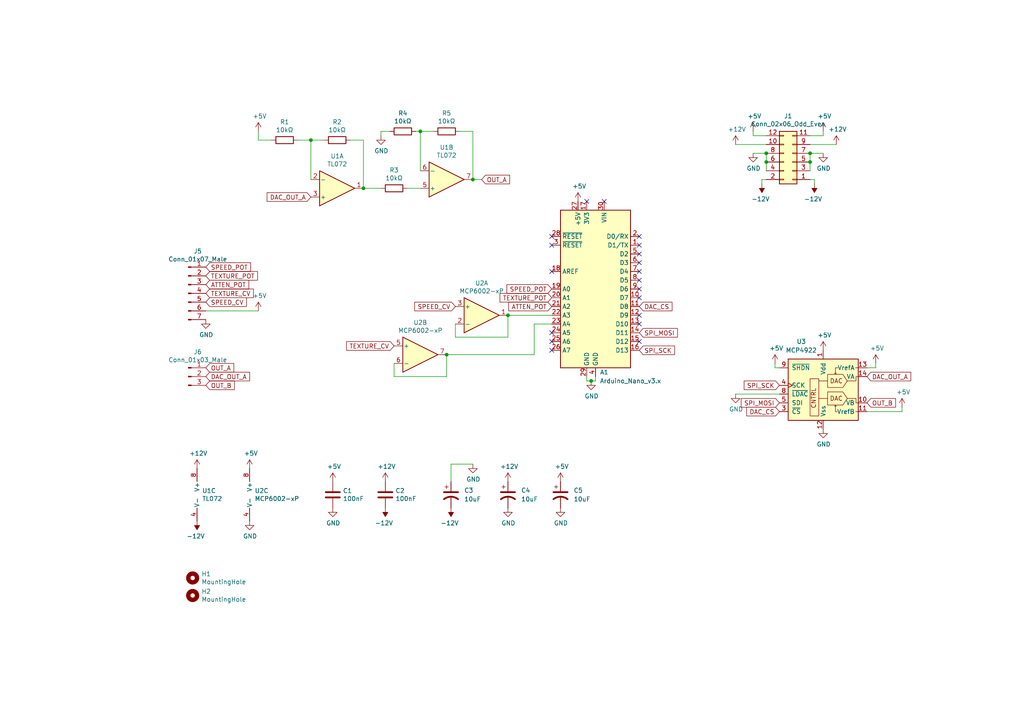
<source format=kicad_sch>
(kicad_sch (version 20230121) (generator eeschema)
  (paper "A4")
  (title_block (title "Simplex Back") (date "2021-08-11") (rev "v0.3") (company "Free Modular"))
  (lib_symbols
    (symbol "Amplifier_Operational:MCP6002-xP" (pin_names (offset 0.127))
      (property "Reference" "U" (at 0 5.08 0))
      (property "Value" "MCP6002-xP" (at 0 -5.08 0))
      (symbol "MCP6002-xP_1_1"
        (polyline (pts (xy -5.08 5.08) (xy 5.08 0) (xy -5.08 -5.08) (xy -5.08 5.08)) (stroke (width 0.254)) (fill (type background)))
        (pin output line (at 7.62 0 180) (length 2.54) (name "~") (number "1"))
        (pin input line (at -7.62 -2.54 0) (length 2.54) (name "-") (number "2"))
        (pin input line (at -7.62 2.54 0) (length 2.54) (name "+") (number "3"))
      )
      (symbol "MCP6002-xP_2_1"
        (polyline (pts (xy -5.08 5.08) (xy 5.08 0) (xy -5.08 -5.08) (xy -5.08 5.08)) (stroke (width 0.254)) (fill (type background)))
        (pin input line (at -7.62 2.54 0) (length 2.54) (name "+") (number "5"))
        (pin input line (at -7.62 -2.54 0) (length 2.54) (name "-") (number "6"))
        (pin output line (at 7.62 0 180) (length 2.54) (name "~") (number "7"))
      )
      (symbol "MCP6002-xP_3_1"
        (pin power_in line (at -2.54 -7.62 90) (length 3.81) (name "V-") (number "4"))
        (pin power_in line (at -2.54 7.62 270) (length 3.81) (name "V+") (number "8"))
      )
    )
    (symbol "Amplifier_Operational:TL072" (pin_names (offset 0.127))
      (property "Reference" "U" (at 0 5.08 0))
      (property "Value" "TL072" (at 0 -5.08 0))
      (symbol "TL072_1_1"
        (polyline (pts (xy -5.08 5.08) (xy 5.08 0) (xy -5.08 -5.08) (xy -5.08 5.08)) (stroke (width 0.254)) (fill (type background)))
        (pin output line (at 7.62 0 180) (length 2.54) (name "~") (number "1"))
        (pin input line (at -7.62 -2.54 0) (length 2.54) (name "-") (number "2"))
        (pin input line (at -7.62 2.54 0) (length 2.54) (name "+") (number "3"))
      )
      (symbol "TL072_2_1"
        (polyline (pts (xy -5.08 5.08) (xy 5.08 0) (xy -5.08 -5.08) (xy -5.08 5.08)) (stroke (width 0.254)) (fill (type background)))
        (pin input line (at -7.62 2.54 0) (length 2.54) (name "+") (number "5"))
        (pin input line (at -7.62 -2.54 0) (length 2.54) (name "-") (number "6"))
        (pin output line (at 7.62 0 180) (length 2.54) (name "~") (number "7"))
      )
      (symbol "TL072_3_1"
        (pin power_in line (at -2.54 -7.62 90) (length 3.81) (name "V-") (number "4"))
        (pin power_in line (at -2.54 7.62 270) (length 3.81) (name "V+") (number "8"))
      )
    )
    (symbol "Connector_Generic:Conn_02x06_Odd_Even" (pin_names (offset 1.016) hide)
      (property "Reference" "J" (at 1.27 7.62 0))
      (property "Value" "Conn_02x06_Odd_Even" (at 1.27 -10.16 0))
      (symbol "Conn_02x06_Odd_Even_1_1"
        (rectangle (start -1.27 -7.493) (end 0 -7.747) (stroke (width 0.1524)))
        (rectangle (start -1.27 -4.953) (end 0 -5.207) (stroke (width 0.1524)))
        (rectangle (start -1.27 -2.413) (end 0 -2.667) (stroke (width 0.1524)))
        (rectangle (start -1.27 0.127) (end 0 -0.127) (stroke (width 0.1524)))
        (rectangle (start -1.27 2.667) (end 0 2.413) (stroke (width 0.1524)))
        (rectangle (start -1.27 5.207) (end 0 4.953) (stroke (width 0.1524)))
        (rectangle (start -1.27 6.35) (end 3.81 -8.89) (stroke (width 0.254)) (fill (type background)))
        (rectangle (start 3.81 -7.493) (end 2.54 -7.747) (stroke (width 0.1524)))
        (rectangle (start 3.81 -4.953) (end 2.54 -5.207) (stroke (width 0.1524)))
        (rectangle (start 3.81 -2.413) (end 2.54 -2.667) (stroke (width 0.1524)))
        (rectangle (start 3.81 0.127) (end 2.54 -0.127) (stroke (width 0.1524)))
        (rectangle (start 3.81 2.667) (end 2.54 2.413) (stroke (width 0.1524)))
        (rectangle (start 3.81 5.207) (end 2.54 4.953) (stroke (width 0.1524)))
        (pin passive line (at -5.08 5.08 0) (length 3.81) (name "Pin_1") (number "1"))
        (pin passive line (at 7.62 -5.08 180) (length 3.81) (name "Pin_10") (number "10"))
        (pin passive line (at -5.08 -7.62 0) (length 3.81) (name "Pin_11") (number "11"))
        (pin passive line (at 7.62 -7.62 180) (length 3.81) (name "Pin_12") (number "12"))
        (pin passive line (at 7.62 5.08 180) (length 3.81) (name "Pin_2") (number "2"))
        (pin passive line (at -5.08 2.54 0) (length 3.81) (name "Pin_3") (number "3"))
        (pin passive line (at 7.62 2.54 180) (length 3.81) (name "Pin_4") (number "4"))
        (pin passive line (at -5.08 0 0) (length 3.81) (name "Pin_5") (number "5"))
        (pin passive line (at 7.62 0 180) (length 3.81) (name "Pin_6") (number "6"))
        (pin passive line (at -5.08 -2.54 0) (length 3.81) (name "Pin_7") (number "7"))
        (pin passive line (at 7.62 -2.54 180) (length 3.81) (name "Pin_8") (number "8"))
        (pin passive line (at -5.08 -5.08 0) (length 3.81) (name "Pin_9") (number "9"))
      )
    )
    (symbol "Device:C" (pin_numbers hide) (pin_names (offset 0.254))
      (property "Reference" "C" (at 0.635 2.54 0))
      (property "Value" "C" (at 0.635 -2.54 0))
      (symbol "C_0_1"
        (polyline (pts (xy -2.032 -0.762) (xy 2.032 -0.762)) (stroke (width 0.508)))
        (polyline (pts (xy -2.032 0.762) (xy 2.032 0.762)) (stroke (width 0.508)))
      )
      (symbol "C_1_1"
        (pin passive line (at 0 3.81 270) (length 2.794) (name "~") (number "1"))
        (pin passive line (at 0 -3.81 90) (length 2.794) (name "~") (number "2"))
      )
    )
    (symbol "Device:C_Polarized_US" (pin_numbers hide) (pin_names (offset 0.254) hide)
      (property "Reference" "C" (at 0.635 2.54 0))
      (property "Value" "C_Polarized_US" (at 0.635 -2.54 0))
      (symbol "C_Polarized_US_0_1"
        (polyline (pts (xy -2.032 0.762) (xy 2.032 0.762)) (stroke (width 0.508)))
        (polyline (pts (xy -1.778 2.286) (xy -0.762 2.286)))
        (polyline (pts (xy -1.27 1.778) (xy -1.27 2.794)))
        (arc (start 2.032 -1.27) (mid 0 -0.5572) (end -2.032 -1.27) (stroke (width 0.508)))
      )
      (symbol "C_Polarized_US_1_1"
        (pin passive line (at 0 3.81 270) (length 2.794) (name "~") (number "1"))
        (pin passive line (at 0 -3.81 90) (length 3.302) (name "~") (number "2"))
      )
    )
    (symbol "Device:R" (pin_numbers hide) (pin_names (offset 0))
      (property "Reference" "R" (at 2.032 0 90))
      (property "Value" "R" (at 0 0 90))
      (symbol "R_0_1"
        (rectangle (start -1.016 -2.54) (end 1.016 2.54) (stroke (width 0.254)))
      )
      (symbol "R_1_1"
        (pin passive line (at 0 3.81 270) (length 1.27) (name "~") (number "1"))
        (pin passive line (at 0 -3.81 90) (length 1.27) (name "~") (number "2"))
      )
    )
    (symbol "MCU_Module:Arduino_Nano_v3.x"
      (property "Reference" "A" (at -10.16 23.495 0))
      (property "Value" "Arduino_Nano_v3.x" (at 5.08 -24.13 0))
      (symbol "Arduino_Nano_v3.x_0_1"
        (rectangle (start -10.16 22.86) (end 10.16 -22.86) (stroke (width 0.254)) (fill (type background)))
      )
      (symbol "Arduino_Nano_v3.x_1_1"
        (pin bidirectional line (at -12.7 12.7 0) (length 2.54) (name "D1/TX") (number "1"))
        (pin bidirectional line (at -12.7 -2.54 0) (length 2.54) (name "D7") (number "10"))
        (pin bidirectional line (at -12.7 -5.08 0) (length 2.54) (name "D8") (number "11"))
        (pin bidirectional line (at -12.7 -7.62 0) (length 2.54) (name "D9") (number "12"))
        (pin bidirectional line (at -12.7 -10.16 0) (length 2.54) (name "D10") (number "13"))
        (pin bidirectional line (at -12.7 -12.7 0) (length 2.54) (name "D11") (number "14"))
        (pin bidirectional line (at -12.7 -15.24 0) (length 2.54) (name "D12") (number "15"))
        (pin bidirectional line (at -12.7 -17.78 0) (length 2.54) (name "D13") (number "16"))
        (pin power_out line (at 2.54 25.4 270) (length 2.54) (name "3V3") (number "17"))
        (pin input line (at 12.7 5.08 180) (length 2.54) (name "AREF") (number "18"))
        (pin bidirectional line (at 12.7 0 180) (length 2.54) (name "A0") (number "19"))
        (pin bidirectional line (at -12.7 15.24 0) (length 2.54) (name "D0/RX") (number "2"))
        (pin bidirectional line (at 12.7 -2.54 180) (length 2.54) (name "A1") (number "20"))
        (pin bidirectional line (at 12.7 -5.08 180) (length 2.54) (name "A2") (number "21"))
        (pin bidirectional line (at 12.7 -7.62 180) (length 2.54) (name "A3") (number "22"))
        (pin bidirectional line (at 12.7 -10.16 180) (length 2.54) (name "A4") (number "23"))
        (pin bidirectional line (at 12.7 -12.7 180) (length 2.54) (name "A5") (number "24"))
        (pin bidirectional line (at 12.7 -15.24 180) (length 2.54) (name "A6") (number "25"))
        (pin bidirectional line (at 12.7 -17.78 180) (length 2.54) (name "A7") (number "26"))
        (pin power_out line (at 5.08 25.4 270) (length 2.54) (name "+5V") (number "27"))
        (pin input line (at 12.7 15.24 180) (length 2.54) (name "~{RESET}") (number "28"))
        (pin power_in line (at 2.54 -25.4 90) (length 2.54) (name "GND") (number "29"))
        (pin input line (at 12.7 12.7 180) (length 2.54) (name "~{RESET}") (number "3"))
        (pin power_in line (at -2.54 25.4 270) (length 2.54) (name "VIN") (number "30"))
        (pin power_in line (at 0 -25.4 90) (length 2.54) (name "GND") (number "4"))
        (pin bidirectional line (at -12.7 10.16 0) (length 2.54) (name "D2") (number "5"))
        (pin bidirectional line (at -12.7 7.62 0) (length 2.54) (name "D3") (number "6"))
        (pin bidirectional line (at -12.7 5.08 0) (length 2.54) (name "D4") (number "7"))
        (pin bidirectional line (at -12.7 2.54 0) (length 2.54) (name "D5") (number "8"))
        (pin bidirectional line (at -12.7 0 0) (length 2.54) (name "D6") (number "9"))
      )
    )
    (symbol "Mechanical:MountingHole" (pin_names (offset 1.016))
      (property "Reference" "H" (at 0 5.08 0))
      (property "Value" "MountingHole" (at 0 3.175 0))
      (symbol "MountingHole_0_1"
        (circle (center 0 0) (radius 1.27) (stroke (width 1.27)))
      )
    )
    (symbol "power:+12V" (power) (pin_names (offset 0))
      (property "Value" "+12V" (at 0 3.556 0))
      (symbol "+12V_0_1"
        (polyline (pts (xy -0.762 1.27) (xy 0 2.54)))
        (polyline (pts (xy 0 0) (xy 0 2.54)))
        (polyline (pts (xy 0 2.54) (xy 0.762 1.27)))
      )
      (symbol "+12V_1_1"
        (pin power_in line (at 0 0 90) (length 0) hide (name "+12V") (number "1"))
      )
    )
    (symbol "power:+5V" (power) (pin_names (offset 0))
      (property "Value" "+5V" (at 0 3.556 0))
      (symbol "+5V_0_1"
        (polyline (pts (xy -0.762 1.27) (xy 0 2.54)))
        (polyline (pts (xy 0 0) (xy 0 2.54)))
        (polyline (pts (xy 0 2.54) (xy 0.762 1.27)))
      )
      (symbol "+5V_1_1"
        (pin power_in line (at 0 0 90) (length 0) hide (name "+5V") (number "1"))
      )
    )
    (symbol "power:-12V" (power) (pin_names (offset 0))
      (property "Value" "-12V" (at 0 3.81 0))
      (symbol "-12V_0_0"
        (pin power_in line (at 0 0 90) (length 0) hide (name "-12V") (number "1"))
      )
      (symbol "-12V_0_1"
        (polyline (pts (xy 0 0) (xy 0 1.27) (xy 0.762 1.27) (xy 0 2.54) (xy -0.762 1.27) (xy 0 1.27)) (fill (type outline)))
      )
    )
    (symbol "power:GND" (power) (pin_names (offset 0))
      (property "Value" "GND" (at 0 -3.81 0))
      (symbol "GND_0_1"
        (polyline (pts (xy 0 0) (xy 0 -1.27) (xy 1.27 -1.27) (xy 0 -2.54) (xy -1.27 -1.27) (xy 0 -1.27)))
      )
      (symbol "GND_1_1"
        (pin power_in line (at 0 0 270) (length 0) hide (name "GND") (number "1"))
      )
    )
    (symbol "simplex_pcb_back-rescue:Conn_01x03_Male-Connector" (pin_names (offset 1.016) hide)
      (property "Reference" "J" (at 0 5.08 0))
      (property "Value" "Connector_Conn_01x03_Male" (at 0 -5.08 0))
      (symbol "Conn_01x03_Male-Connector_1_1"
        (polyline (pts (xy 1.27 -2.54) (xy 0.8636 -2.54)) (stroke (width 0.1524)))
        (polyline (pts (xy 1.27 0) (xy 0.8636 0)) (stroke (width 0.1524)))
        (polyline (pts (xy 1.27 2.54) (xy 0.8636 2.54)) (stroke (width 0.1524)))
        (rectangle (start 0.8636 -2.413) (end 0 -2.667) (stroke (width 0.1524)) (fill (type outline)))
        (rectangle (start 0.8636 0.127) (end 0 -0.127) (stroke (width 0.1524)) (fill (type outline)))
        (rectangle (start 0.8636 2.667) (end 0 2.413) (stroke (width 0.1524)) (fill (type outline)))
        (pin passive line (at 5.08 2.54 180) (length 3.81) (name "Pin_1") (number "1"))
        (pin passive line (at 5.08 0 180) (length 3.81) (name "Pin_2") (number "2"))
        (pin passive line (at 5.08 -2.54 180) (length 3.81) (name "Pin_3") (number "3"))
      )
    )
    (symbol "simplex_pcb_back-rescue:Conn_01x07_Male-Connector" (pin_names (offset 1.016) hide)
      (property "Reference" "J" (at 0 10.16 0))
      (property "Value" "Connector_Conn_01x07_Male" (at 0 -10.16 0))
      (symbol "Conn_01x07_Male-Connector_1_1"
        (polyline (pts (xy 1.27 -7.62) (xy 0.8636 -7.62)) (stroke (width 0.1524)))
        (polyline (pts (xy 1.27 -5.08) (xy 0.8636 -5.08)) (stroke (width 0.1524)))
        (polyline (pts (xy 1.27 -2.54) (xy 0.8636 -2.54)) (stroke (width 0.1524)))
        (polyline (pts (xy 1.27 0) (xy 0.8636 0)) (stroke (width 0.1524)))
        (polyline (pts (xy 1.27 2.54) (xy 0.8636 2.54)) (stroke (width 0.1524)))
        (polyline (pts (xy 1.27 5.08) (xy 0.8636 5.08)) (stroke (width 0.1524)))
        (polyline (pts (xy 1.27 7.62) (xy 0.8636 7.62)) (stroke (width 0.1524)))
        (rectangle (start 0.8636 -7.493) (end 0 -7.747) (stroke (width 0.1524)) (fill (type outline)))
        (rectangle (start 0.8636 -4.953) (end 0 -5.207) (stroke (width 0.1524)) (fill (type outline)))
        (rectangle (start 0.8636 -2.413) (end 0 -2.667) (stroke (width 0.1524)) (fill (type outline)))
        (rectangle (start 0.8636 0.127) (end 0 -0.127) (stroke (width 0.1524)) (fill (type outline)))
        (rectangle (start 0.8636 2.667) (end 0 2.413) (stroke (width 0.1524)) (fill (type outline)))
        (rectangle (start 0.8636 5.207) (end 0 4.953) (stroke (width 0.1524)) (fill (type outline)))
        (rectangle (start 0.8636 7.747) (end 0 7.493) (stroke (width 0.1524)) (fill (type outline)))
        (pin passive line (at 5.08 7.62 180) (length 3.81) (name "Pin_1") (number "1"))
        (pin passive line (at 5.08 5.08 180) (length 3.81) (name "Pin_2") (number "2"))
        (pin passive line (at 5.08 2.54 180) (length 3.81) (name "Pin_3") (number "3"))
        (pin passive line (at 5.08 0 180) (length 3.81) (name "Pin_4") (number "4"))
        (pin passive line (at 5.08 -2.54 180) (length 3.81) (name "Pin_5") (number "5"))
        (pin passive line (at 5.08 -5.08 180) (length 3.81) (name "Pin_6") (number "6"))
        (pin passive line (at 5.08 -7.62 180) (length 3.81) (name "Pin_7") (number "7"))
      )
    )
    (symbol "simplex_pcb_back-rescue:MCP4922-Analog_DAC" (pin_names (offset 1.016))
      (property "Reference" "U" (at -1.905 10.795 0))
      (property "Value" "Analog_DAC_MCP4922" (at -1.905 8.89 0))
      (symbol "MCP4922-Analog_DAC_0_0"
        (polyline (pts (xy 3.556 -5.842) (xy 3.302 -6.096)))
        (polyline (pts (xy 3.556 -5.842) (xy 3.81 -6.096)))
        (polyline (pts (xy 3.556 3.302) (xy 3.302 3.556)))
        (polyline (pts (xy 3.556 3.302) (xy 3.81 3.556)))
        (polyline (pts (xy 10.16 -7.62) (xy 9.398 -7.62)))
        (polyline (pts (xy 10.16 5.08) (xy 9.398 5.08)))
        (polyline (pts (xy 4.064 -7.62) (xy 3.556 -7.62) (xy 3.556 -5.842)))
        (polyline (pts (xy 4.318 5.08) (xy 3.556 5.08) (xy 3.556 3.302)))
        (polyline (pts (xy 6.985 -3.81) (xy 9.525 -3.81) (xy 9.525 -5.08) (xy 10.16 -5.08)))
        (polyline (pts (xy 6.985 1.27) (xy 9.525 1.27) (xy 9.525 2.54) (xy 10.16 2.54)))
        (text "CNTRL" (at -2.032 -6.731 900) (effects (font (size 1.27 1.27)) (justify left bottom)))
        (text "DAC" (at 3.81 -3.81 0) (effects (font (size 1.27 1.27))))
        (text "DAC" (at 3.81 1.27 0) (effects (font (size 1.27 1.27))))
      )
      (symbol "MCP4922-Analog_DAC_0_1"
        (rectangle (start -10.16 7.62) (end 10.16 -10.16) (stroke (width 0.254)) (fill (type background)))
        (rectangle (start -1.27 -8.89) (end -3.81 1.905))
        (polyline (pts (xy 1.27 -3.81) (xy -1.27 -3.81)))
        (polyline (pts (xy 1.27 1.27) (xy -1.27 1.27)))
        (polyline (pts (xy 6.985 -3.81) (xy 5.715 -1.905) (xy 1.27 -1.905) (xy 1.27 -5.715) (xy 5.715 -5.715) (xy 6.985 -3.81)))
        (polyline (pts (xy 6.985 1.27) (xy 5.715 3.175) (xy 1.27 3.175) (xy 1.27 -0.635) (xy 5.715 -0.635) (xy 6.985 1.27)))
      )
      (symbol "MCP4922-Analog_DAC_1_1"
        (pin power_in line (at 0 10.16 270) (length 2.54) (name "Vdd") (number "1"))
        (pin output line (at 12.7 -5.08 180) (length 2.54) (name "VB") (number "10"))
        (pin input line (at 12.7 -7.62 180) (length 2.54) (name "VrefB") (number "11"))
        (pin power_in line (at 0 -12.7 90) (length 2.54) (name "Vss") (number "12"))
        (pin input line (at 12.7 5.08 180) (length 2.54) (name "VrefA") (number "13"))
        (pin output line (at 12.7 2.54 180) (length 2.54) (name "VA") (number "14"))
        (pin no_connect line (at -7.62 -12.7 90) (length 2.54) hide (name "NC") (number "2"))
        (pin input line (at -12.7 -7.62 0) (length 2.54) (name "~{CS}") (number "3"))
        (pin input clock (at -12.7 0 0) (length 2.54) (name "SCK") (number "4"))
        (pin input line (at -12.7 -5.08 0) (length 2.54) (name "SDI") (number "5"))
        (pin no_connect line (at -5.08 -12.7 90) (length 2.54) hide (name "NC") (number "6"))
        (pin no_connect line (at -2.54 -12.7 90) (length 2.54) hide (name "NC") (number "7"))
        (pin input line (at -12.7 -2.54 0) (length 2.54) (name "~{LDAC}") (number "8"))
        (pin output line (at -12.7 5.08 0) (length 2.54) (name "~{SHDN}") (number "9"))
      )
    )
  )
  (junction (at 147.32 91.44))
  (junction (at 137.16 52.07))
  (junction (at 222.25 44.45))
  (junction (at 234.95 44.45))
  (junction (at 171.45 110.49))
  (junction (at 105.41 54.61))
  (junction (at 121.92 38.1))
  (junction (at 90.17 40.64))
  (junction (at 129.54 102.87))
  (junction (at 234.95 46.99))
  (junction (at 222.25 46.99))
  (no_connect (at 185.42 68.58))
  (no_connect (at 160.02 78.74))
  (no_connect (at 185.42 83.82))
  (no_connect (at 160.02 71.12))
  (no_connect (at 185.42 91.44))
  (no_connect (at 185.42 81.28))
  (no_connect (at 185.42 99.06))
  (no_connect (at 160.02 68.58))
  (no_connect (at 185.42 73.66))
  (no_connect (at 185.42 78.74))
  (no_connect (at 170.18 58.42))
  (no_connect (at 160.02 96.52))
  (no_connect (at 175.26 58.42))
  (no_connect (at 185.42 71.12))
  (no_connect (at 185.42 93.98))
  (no_connect (at 160.02 101.6))
  (no_connect (at 185.42 76.2))
  (no_connect (at 160.02 99.06))
  (no_connect (at 185.42 86.36))
  (wire (pts (xy 129.54 109.22) (xy 129.54 102.87)))
  (wire (pts (xy 132.08 93.98) (xy 132.08 97.79)))
  (wire (pts (xy 137.16 38.1) (xy 133.35 38.1)))
  (wire (pts (xy 137.16 52.07) (xy 137.16 38.1)))
  (wire (pts (xy 254 106.68) (xy 251.46 106.68)))
  (wire (pts (xy 121.92 49.53) (xy 121.92 38.1)))
  (wire (pts (xy 121.92 38.1) (xy 125.73 38.1)))
  (wire (pts (xy 121.92 38.1) (xy 120.65 38.1)))
  (wire (pts (xy 222.25 46.99) (xy 222.25 49.53)))
  (wire (pts (xy 226.06 114.3) (xy 213.36 114.3)))
  (wire (pts (xy 129.54 102.87) (xy 154.94 102.87)))
  (wire (pts (xy 238.76 38.1) (xy 238.76 39.37)))
  (wire (pts (xy 213.36 41.91) (xy 222.25 41.91)))
  (wire (pts (xy 137.16 134.62) (xy 130.81 134.62)))
  (wire (pts (xy 90.17 40.64) (xy 93.98 40.64)))
  (wire (pts (xy 226.06 106.68) (xy 224.79 106.68)))
  (wire (pts (xy 114.3 105.41) (xy 114.3 109.22)))
  (wire (pts (xy 170.18 110.49) (xy 171.45 110.49)))
  (wire (pts (xy 130.81 134.62) (xy 130.81 139.7)))
  (wire (pts (xy 105.41 40.64) (xy 101.6 40.64)))
  (wire (pts (xy 154.94 93.98) (xy 160.02 93.98)))
  (wire (pts (xy 234.95 44.45) (xy 238.76 44.45)))
  (wire (pts (xy 222.25 44.45) (xy 218.44 44.45)))
  (wire (pts (xy 220.98 52.07) (xy 220.98 53.34)))
  (wire (pts (xy 218.44 39.37) (xy 218.44 38.1)))
  (wire (pts (xy 105.41 54.61) (xy 105.41 40.64)))
  (wire (pts (xy 238.76 39.37) (xy 234.95 39.37)))
  (wire (pts (xy 132.08 97.79) (xy 147.32 97.79)))
  (wire (pts (xy 113.03 38.1) (xy 110.49 38.1)))
  (wire (pts (xy 90.17 52.07) (xy 90.17 40.64)))
  (wire (pts (xy 154.94 102.87) (xy 154.94 93.98)))
  (wire (pts (xy 74.93 40.64) (xy 78.74 40.64)))
  (wire (pts (xy 90.17 40.64) (xy 86.36 40.64)))
  (wire (pts (xy 261.62 118.11) (xy 261.62 119.38)))
  (wire (pts (xy 110.49 38.1) (xy 110.49 39.37)))
  (wire (pts (xy 222.25 39.37) (xy 218.44 39.37)))
  (wire (pts (xy 171.45 110.49) (xy 172.72 110.49)))
  (wire (pts (xy 234.95 46.99) (xy 234.95 49.53)))
  (wire (pts (xy 110.49 54.61) (xy 105.41 54.61)))
  (wire (pts (xy 224.79 106.68) (xy 224.79 105.41)))
  (wire (pts (xy 139.7 52.07) (xy 137.16 52.07)))
  (wire (pts (xy 236.22 52.07) (xy 234.95 52.07)))
  (wire (pts (xy 147.32 97.79) (xy 147.32 91.44)))
  (wire (pts (xy 222.25 52.07) (xy 220.98 52.07)))
  (wire (pts (xy 118.11 54.61) (xy 121.92 54.61)))
  (wire (pts (xy 242.57 41.91) (xy 234.95 41.91)))
  (wire (pts (xy 254 105.41) (xy 254 106.68)))
  (wire (pts (xy 147.32 91.44) (xy 160.02 91.44)))
  (wire (pts (xy 74.93 90.17) (xy 59.69 90.17)))
  (wire (pts (xy 74.93 38.1) (xy 74.93 40.64)))
  (wire (pts (xy 234.95 44.45) (xy 234.95 46.99)))
  (wire (pts (xy 172.72 110.49) (xy 172.72 109.22)))
  (wire (pts (xy 170.18 109.22) (xy 170.18 110.49)))
  (wire (pts (xy 236.22 53.34) (xy 236.22 52.07)))
  (wire (pts (xy 251.46 119.38) (xy 261.62 119.38)))
  (wire (pts (xy 114.3 109.22) (xy 129.54 109.22)))
  (wire (pts (xy 222.25 44.45) (xy 222.25 46.99)))
  (global_label "OUT_A" (shape input) (at 139.7 52.07 0) (property "Intersheetrefs" "${INTERSHEET_REFS}" (effects hide)))
  (global_label "DAC_OUT_A" (shape input) (at 251.46 109.22 0) (property "Intersheetrefs" "${INTERSHEET_REFS}" (effects hide)))
  (global_label "ATTEN_POT" (shape input) (at 59.69 82.55 0) (property "Intersheetrefs" "${INTERSHEET_REFS}" (effects hide)))
  (global_label "DAC_OUT_A" (shape input) (at 59.69 109.22 0) (property "Intersheetrefs" "${INTERSHEET_REFS}" (effects hide)))
  (global_label "SPI_SCK" (shape input) (at 185.42 101.6 0) (property "Intersheetrefs" "${INTERSHEET_REFS}" (effects hide)))
  (global_label "OUT_A" (shape input) (at 59.69 106.68 0) (property "Intersheetrefs" "${INTERSHEET_REFS}" (effects hide)))
  (global_label "TEXTURE_POT" (shape input) (at 160.02 86.36 180) (property "Intersheetrefs" "${INTERSHEET_REFS}" (effects hide)))
  (global_label "OUT_B" (shape input) (at 59.69 111.76 0) (property "Intersheetrefs" "${INTERSHEET_REFS}" (effects hide)))
  (global_label "TEXTURE_CV" (shape input) (at 114.3 100.33 180) (property "Intersheetrefs" "${INTERSHEET_REFS}" (effects hide)))
  (global_label "SPEED_POT" (shape input) (at 160.02 83.82 180) (property "Intersheetrefs" "${INTERSHEET_REFS}" (effects hide)))
  (global_label "OUT_B" (shape input) (at 251.46 116.84 0) (property "Intersheetrefs" "${INTERSHEET_REFS}" (effects hide)))
  (global_label "SPEED_CV" (shape input) (at 59.69 87.63 0) (property "Intersheetrefs" "${INTERSHEET_REFS}" (effects hide)))
  (global_label "SPEED_POT" (shape input) (at 59.69 77.47 0) (property "Intersheetrefs" "${INTERSHEET_REFS}" (effects hide)))
  (global_label "SPEED_CV" (shape input) (at 132.08 88.9 180) (property "Intersheetrefs" "${INTERSHEET_REFS}" (effects hide)))
  (global_label "DAC_CS" (shape input) (at 226.06 119.38 180) (property "Intersheetrefs" "${INTERSHEET_REFS}" (effects hide)))
  (global_label "TEXTURE_CV" (shape input) (at 59.69 85.09 0) (property "Intersheetrefs" "${INTERSHEET_REFS}" (effects hide)))
  (global_label "DAC_OUT_A" (shape input) (at 90.17 57.15 180) (property "Intersheetrefs" "${INTERSHEET_REFS}" (effects hide)))
  (global_label "SPI_MOSI" (shape input) (at 226.06 116.84 180) (property "Intersheetrefs" "${INTERSHEET_REFS}" (effects hide)))
  (global_label "SPI_SCK" (shape input) (at 226.06 111.76 180) (property "Intersheetrefs" "${INTERSHEET_REFS}" (effects hide)))
  (global_label "TEXTURE_POT" (shape input) (at 59.69 80.01 0) (property "Intersheetrefs" "${INTERSHEET_REFS}" (effects hide)))
  (global_label "ATTEN_POT" (shape input) (at 160.02 88.9 180) (property "Intersheetrefs" "${INTERSHEET_REFS}" (effects hide)))
  (global_label "SPI_MOSI" (shape input) (at 185.42 96.52 0) (property "Intersheetrefs" "${INTERSHEET_REFS}" (effects hide)))
  (global_label "DAC_CS" (shape input) (at 185.42 88.9 0) (property "Intersheetrefs" "${INTERSHEET_REFS}" (effects hide)))
  (symbol (lib_id "simplex_pcb_back-rescue:Conn_01x07_Male-Connector") (at 54.61 85.09 0) (unit 1)
    (property "Reference" "J5" (at 57.3532 72.8726 0))
    (property "Value" "Conn_01x07_Male" (at 57.3532 75.184 0))
    (property "Footprint" "Connector_PinHeader_2.54mm:PinHeader_1x07_P2.54mm_Vertical" (effects hide))
  )
  (symbol (lib_id "simplex_pcb_back-rescue:Conn_01x03_Male-Connector") (at 54.61 109.22 0) (unit 1)
    (property "Reference" "J6" (at 57.3532 102.0826 0))
    (property "Value" "Conn_01x03_Male" (at 57.3532 104.394 0))
    (property "Footprint" "Connector_PinHeader_2.54mm:PinHeader_1x03_P2.54mm_Vertical" (effects hide))
  )
  (symbol (lib_id "power:GND") (at 59.69 92.71 0) (unit 1)
    (property "Reference" "#PWR04" (effects hide))
    (property "Value" "GND" (at 59.817 97.1042 0))
  )
  (symbol (lib_id "power:+5V") (at 74.93 90.17 0) (unit 1)
    (property "Reference" "#PWR03" (effects hide))
    (property "Value" "+5V" (at 75.311 85.7758 0))
  )
  (symbol (lib_id "Amplifier_Operational:TL072") (at 97.79 54.61 0) (mirror x) (unit 1)
    (property "Reference" "U1" (at 97.79 45.2882 0))
    (property "Value" "TL072" (at 97.79 47.5996 0))
    (property "Footprint" "Package_DIP:DIP-8_W7.62mm" (effects hide))
    (property "Datasheet" "http://www.ti.com/lit/ds/symlink/tl071.pdf" (effects hide))
  )
  (symbol (lib_id "Amplifier_Operational:TL072") (at 129.54 52.07 0) (mirror x) (unit 2)
    (property "Reference" "U1" (at 129.54 42.7482 0))
    (property "Value" "TL072" (at 129.54 45.0596 0))
    (property "Footprint" "Package_DIP:DIP-8_W7.62mm" (effects hide))
    (property "Datasheet" "http://www.ti.com/lit/ds/symlink/tl071.pdf" (effects hide))
  )
  (symbol (lib_id "Amplifier_Operational:TL072") (at 59.69 143.51 0) (unit 3)
    (property "Reference" "U1" (at 58.6232 142.3416 0) (effects (justify left)))
    (property "Value" "TL072" (at 58.6232 144.653 0) (effects (justify left)))
    (property "Footprint" "Package_DIP:DIP-8_W7.62mm" (effects hide))
    (property "Datasheet" "http://www.ti.com/lit/ds/symlink/tl071.pdf" (effects hide))
  )
  (symbol (lib_id "power:+12V") (at 57.15 135.89 0) (unit 1)
    (property "Reference" "#PWR05" (effects hide))
    (property "Value" "+12V" (at 57.531 131.4958 0))
  )
  (symbol (lib_id "power:-12V") (at 57.15 151.13 180) (unit 1)
    (property "Reference" "#PWR06" (effects hide))
    (property "Value" "-12V" (at 56.769 155.5242 0))
  )
  (symbol (lib_id "Device:R") (at 97.79 40.64 270) (unit 1)
    (property "Reference" "R2" (at 97.79 35.3822 90))
    (property "Value" "10kΩ" (at 97.79 37.6936 90))
    (property "Footprint" "Resistor_THT:R_Axial_DIN0207_L6.3mm_D2.5mm_P10.16mm_Horizontal" (effects hide))
  )
  (symbol (lib_id "Device:R") (at 114.3 54.61 270) (unit 1)
    (property "Reference" "R3" (at 114.3 49.3522 90))
    (property "Value" "10kΩ" (at 114.3 51.6636 90))
    (property "Footprint" "Resistor_THT:R_Axial_DIN0207_L6.3mm_D2.5mm_P10.16mm_Horizontal" (effects hide))
  )
  (symbol (lib_id "Device:R") (at 82.55 40.64 270) (unit 1)
    (property "Reference" "R1" (at 82.55 35.3822 90))
    (property "Value" "10kΩ" (at 82.55 37.6936 90))
    (property "Footprint" "Resistor_THT:R_Axial_DIN0207_L6.3mm_D2.5mm_P10.16mm_Horizontal" (effects hide))
  )
  (symbol (lib_id "power:+5V") (at 74.93 38.1 0) (unit 1)
    (property "Reference" "#PWR01" (effects hide))
    (property "Value" "+5V" (at 75.311 33.7058 0))
  )
  (symbol (lib_id "Device:R") (at 129.54 38.1 270) (unit 1)
    (property "Reference" "R5" (at 129.54 32.8422 90))
    (property "Value" "10kΩ" (at 129.54 35.1536 90))
    (property "Footprint" "Resistor_THT:R_Axial_DIN0207_L6.3mm_D2.5mm_P10.16mm_Horizontal" (effects hide))
  )
  (symbol (lib_id "Device:R") (at 116.84 38.1 270) (unit 1)
    (property "Reference" "R4" (at 116.84 32.8422 90))
    (property "Value" "10kΩ" (at 116.84 35.1536 90))
    (property "Footprint" "Resistor_THT:R_Axial_DIN0207_L6.3mm_D2.5mm_P10.16mm_Horizontal" (effects hide))
  )
  (symbol (lib_id "power:GND") (at 110.49 39.37 0) (unit 1)
    (property "Reference" "#PWR02" (effects hide))
    (property "Value" "GND" (at 110.617 43.7642 0))
  )
  (symbol (lib_id "Amplifier_Operational:MCP6002-xP") (at 139.7 91.44 0) (unit 1)
    (property "Reference" "U2" (at 139.7 82.1182 0))
    (property "Value" "MCP6002-xP" (at 139.7 84.4296 0))
    (property "Footprint" "Package_DIP:DIP-8_W7.62mm" (effects hide))
    (property "Datasheet" "http://ww1.microchip.com/downloads/en/DeviceDoc/21733j.pdf" (effects hide))
  )
  (symbol (lib_id "Amplifier_Operational:MCP6002-xP") (at 121.92 102.87 0) (unit 2)
    (property "Reference" "U2" (at 121.92 93.5482 0))
    (property "Value" "MCP6002-xP" (at 121.92 95.8596 0))
    (property "Footprint" "Package_DIP:DIP-8_W7.62mm" (effects hide))
    (property "Datasheet" "http://ww1.microchip.com/downloads/en/DeviceDoc/21733j.pdf" (effects hide))
  )
  (symbol (lib_id "Amplifier_Operational:MCP6002-xP") (at 74.93 143.51 0) (unit 3)
    (property "Reference" "U2" (at 73.8632 142.3416 0) (effects (justify left)))
    (property "Value" "MCP6002-xP" (at 73.8632 144.653 0) (effects (justify left)))
    (property "Footprint" "Package_DIP:DIP-8_W7.62mm" (effects hide))
    (property "Datasheet" "http://ww1.microchip.com/downloads/en/DeviceDoc/21733j.pdf" (effects hide))
  )
  (symbol (lib_id "power:+5V") (at 72.39 135.89 0) (unit 1)
    (property "Reference" "#PWR07" (effects hide))
    (property "Value" "+5V" (at 72.771 131.4958 0))
  )
  (symbol (lib_id "power:GND") (at 72.39 151.13 0) (unit 1)
    (property "Reference" "#PWR08" (effects hide))
    (property "Value" "GND" (at 72.517 155.5242 0))
  )
  (symbol (lib_id "simplex_pcb_back-rescue:MCP4922-Analog_DAC") (at 238.76 111.76 0) (unit 1)
    (property "Reference" "U3" (at 232.41 99.06 0))
    (property "Value" "MCP4922" (at 232.41 101.6 0))
    (property "Footprint" "Package_DIP:DIP-14_W7.62mm" (effects hide))
    (property "Datasheet" "http://ww1.microchip.com/downloads/en/DeviceDoc/22250A.pdf" (effects hide))
  )
  (symbol (lib_id "power:+5V") (at 254 105.41 0) (unit 1)
    (property "Reference" "#PWR011" (effects hide))
    (property "Value" "+5V" (at 254.381 101.0158 0))
  )
  (symbol (lib_id "power:GND") (at 238.76 124.46 0) (unit 1)
    (property "Reference" "#PWR014" (effects hide))
    (property "Value" "GND" (at 238.887 128.8542 0))
  )
  (symbol (lib_id "power:+5V") (at 238.76 101.6 0) (unit 1)
    (property "Reference" "#PWR09" (effects hide))
    (property "Value" "+5V" (at 239.141 97.2058 0))
  )
  (symbol (lib_id "power:+5V") (at 224.79 105.41 0) (unit 1)
    (property "Reference" "#PWR010" (effects hide))
    (property "Value" "+5V" (at 225.171 101.0158 0))
  )
  (symbol (lib_id "power:GND") (at 213.36 114.3 0) (unit 1)
    (property "Reference" "#PWR012" (effects hide))
    (property "Value" "GND" (at 213.487 118.6942 0))
  )
  (symbol (lib_id "power:+5V") (at 261.62 118.11 0) (unit 1)
    (property "Reference" "#PWR013" (effects hide))
    (property "Value" "+5V" (at 262.001 113.7158 0))
  )
  (symbol (lib_id "power:GND") (at 218.44 44.45 0) (unit 1)
    (property "Reference" "#PWR019" (effects hide))
    (property "Value" "GND" (at 218.567 48.8442 0))
  )
  (symbol (lib_id "power:GND") (at 238.76 44.45 0) (unit 1)
    (property "Reference" "#PWR020" (effects hide))
    (property "Value" "GND" (at 238.887 48.8442 0))
  )
  (symbol (lib_id "power:-12V") (at 220.98 53.34 180) (unit 1)
    (property "Reference" "#PWR021" (effects hide))
    (property "Value" "-12V" (at 220.599 57.7342 0))
  )
  (symbol (lib_id "power:+12V") (at 213.36 41.91 0) (unit 1)
    (property "Reference" "#PWR017" (effects hide))
    (property "Value" "+12V" (at 213.741 37.5158 0))
  )
  (symbol (lib_id "power:-12V") (at 236.22 53.34 180) (unit 1)
    (property "Reference" "#PWR022" (effects hide))
    (property "Value" "-12V" (at 235.839 57.7342 0))
  )
  (symbol (lib_id "power:+5V") (at 218.44 38.1 0) (unit 1)
    (property "Reference" "#PWR015" (effects hide))
    (property "Value" "+5V" (at 218.821 33.7058 0))
  )
  (symbol (lib_id "power:+5V") (at 238.76 38.1 0) (unit 1)
    (property "Reference" "#PWR016" (effects hide))
    (property "Value" "+5V" (at 239.141 33.7058 0))
  )
  (symbol (lib_id "power:+12V") (at 242.57 41.91 0) (unit 1)
    (property "Reference" "#PWR018" (effects hide))
    (property "Value" "+12V" (at 242.951 37.5158 0))
  )
  (symbol (lib_id "MCU_Module:Arduino_Nano_v3.x") (at 172.72 83.82 0) (mirror y) (unit 1)
    (property "Reference" "A1" (at 175.26 107.95 0))
    (property "Value" "Arduino_Nano_v3.x" (at 182.88 110.49 0))
    (property "Footprint" "Module:Arduino_Nano" (effects hide))
    (property "Datasheet" "http://www.mouser.com/pdfdocs/Gravitech_Arduino_Nano3_0.pdf" (effects hide))
  )
  (symbol (lib_id "power:GND") (at 171.45 110.49 0) (unit 1)
    (property "Reference" "#PWR024" (effects hide))
    (property "Value" "GND" (at 171.577 114.8842 0))
  )
  (symbol (lib_id "power:+5V") (at 167.64 58.42 0) (unit 1)
    (property "Reference" "#PWR023" (effects hide))
    (property "Value" "+5V" (at 168.021 54.0258 0))
  )
  (symbol (lib_id "Device:C") (at 96.52 143.51 0) (unit 1)
    (property "Reference" "C1" (at 99.441 142.3416 0) (effects (justify left)))
    (property "Value" "100nF" (at 99.441 144.653 0) (effects (justify left)))
    (property "Footprint" "Capacitor_THT:C_Disc_D4.3mm_W1.9mm_P5.00mm" (effects hide))
  )
  (symbol (lib_id "power:+5V") (at 96.52 139.7 0) (unit 1)
    (property "Reference" "#PWR025" (effects hide))
    (property "Value" "+5V" (at 96.901 135.3058 0))
  )
  (symbol (lib_id "power:GND") (at 96.52 147.32 0) (unit 1)
    (property "Reference" "#PWR026" (effects hide))
    (property "Value" "GND" (at 96.647 151.7142 0))
  )
  (symbol (lib_id "Connector_Generic:Conn_02x06_Odd_Even") (at 229.87 46.99 180) (unit 1)
    (property "Reference" "J1" (at 228.6 33.655 0))
    (property "Value" "Conn_02x06_Odd_Even" (at 228.6 35.9664 0))
    (property "Footprint" "Connector_IDC:IDC-Header_2x06_P2.54mm_Vertical" (effects hide))
  )
  (symbol (lib_id "Mechanical:MountingHole") (at 55.88 167.64 0) (unit 1)
    (property "Reference" "H1" (at 58.42 166.4716 0) (effects (justify left)))
    (property "Value" "MountingHole" (at 58.42 168.783 0) (effects (justify left)))
    (property "Footprint" "MountingHole:MountingHole_2.7mm_M2.5" (effects hide))
  )
  (symbol (lib_id "Mechanical:MountingHole") (at 55.88 172.72 0) (unit 1)
    (property "Reference" "H2" (at 58.42 171.5516 0) (effects (justify left)))
    (property "Value" "MountingHole" (at 58.42 173.863 0) (effects (justify left)))
    (property "Footprint" "MountingHole:MountingHole_2.7mm_M2.5" (effects hide))
  )
  (symbol (lib_id "Device:C_Polarized_US") (at 162.56 143.51 0) (unit 1)
    (property "Reference" "C5" (at 166.37 142.24 0) (effects (justify left)))
    (property "Value" "10uF" (at 166.37 144.78 0) (effects (justify left)))
    (property "Footprint" "Capacitor_THT:CP_Radial_D4.0mm_P2.00mm" (effects hide))
  )
  (symbol (lib_id "power:GND") (at 147.32 147.32 0) (unit 1)
    (property "Reference" "#PWR027" (effects hide))
    (property "Value" "GND" (at 147.447 151.7142 0))
  )
  (symbol (lib_id "Device:C") (at 111.76 143.51 0) (unit 1)
    (property "Reference" "C2" (at 114.681 142.3416 0) (effects (justify left)))
    (property "Value" "100nF" (at 114.681 144.653 0) (effects (justify left)))
    (property "Footprint" "Capacitor_THT:C_Disc_D4.3mm_W1.9mm_P5.00mm" (effects hide))
  )
  (symbol (lib_id "power:GND") (at 162.56 147.32 0) (unit 1)
    (property "Reference" "#PWR029" (effects hide))
    (property "Value" "GND" (at 162.687 151.7142 0))
  )
  (symbol (lib_id "power:GND") (at 137.16 134.62 0) (unit 1)
    (property "Reference" "#PWR030" (effects hide))
    (property "Value" "GND" (at 137.287 139.0142 0))
  )
  (symbol (lib_id "power:+12V") (at 111.76 139.7 0) (unit 1)
    (property "Reference" "#PWR035" (effects hide))
    (property "Value" "+12V" (at 112.141 135.3058 0))
  )
  (symbol (lib_id "power:+12V") (at 147.32 139.7 0) (unit 1)
    (property "Reference" "#PWR032" (effects hide))
    (property "Value" "+12V" (at 147.701 135.3058 0))
  )
  (symbol (lib_id "power:+5V") (at 162.56 139.7 0) (unit 1)
    (property "Reference" "#PWR028" (effects hide))
    (property "Value" "+5V" (at 162.941 135.3058 0))
  )
  (symbol (lib_id "Device:C_Polarized_US") (at 130.81 143.51 0) (unit 1)
    (property "Reference" "C3" (at 134.62 142.24 0) (effects (justify left)))
    (property "Value" "10uF" (at 134.62 144.78 0) (effects (justify left)))
    (property "Footprint" "Capacitor_THT:CP_Radial_D4.0mm_P2.00mm" (effects hide))
  )
  (symbol (lib_id "power:-12V") (at 111.76 147.32 180) (unit 1)
    (property "Reference" "#PWR033" (effects hide))
    (property "Value" "-12V" (at 111.379 151.7142 0))
  )
  (symbol (lib_id "power:-12V") (at 130.81 147.32 180) (unit 1)
    (property "Reference" "#PWR031" (effects hide))
    (property "Value" "-12V" (at 130.429 151.7142 0))
  )
  (symbol (lib_id "Device:C_Polarized_US") (at 147.32 143.51 0) (unit 1)
    (property "Reference" "C4" (at 151.13 142.24 0) (effects (justify left)))
    (property "Value" "10uF" (at 151.13 144.78 0) (effects (justify left)))
    (property "Footprint" "Capacitor_THT:CP_Radial_D4.0mm_P2.00mm" (effects hide))
  )
)
</source>
